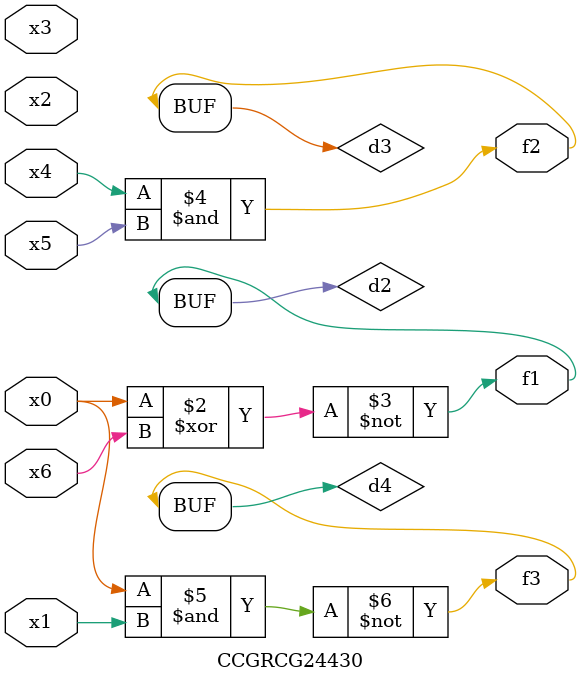
<source format=v>
module CCGRCG24430(
	input x0, x1, x2, x3, x4, x5, x6,
	output f1, f2, f3
);

	wire d1, d2, d3, d4;

	nor (d1, x0);
	xnor (d2, x0, x6);
	and (d3, x4, x5);
	nand (d4, x0, x1);
	assign f1 = d2;
	assign f2 = d3;
	assign f3 = d4;
endmodule

</source>
